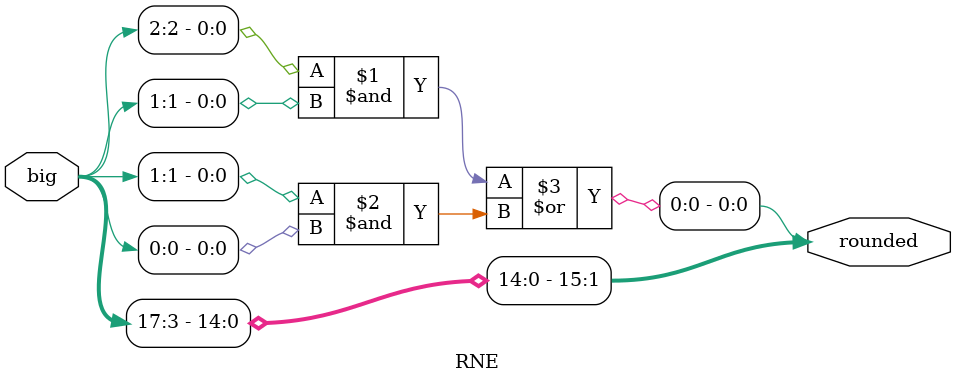
<source format=sv>
module RNE(input logic[18:0] big,
            output logic [15:0] rounded);

    assign rounded[15:1] = big[18:3];
    assign rounded[0] = (big[2] & big[1]) | (big[1]&big[0]);

endmodule

</source>
